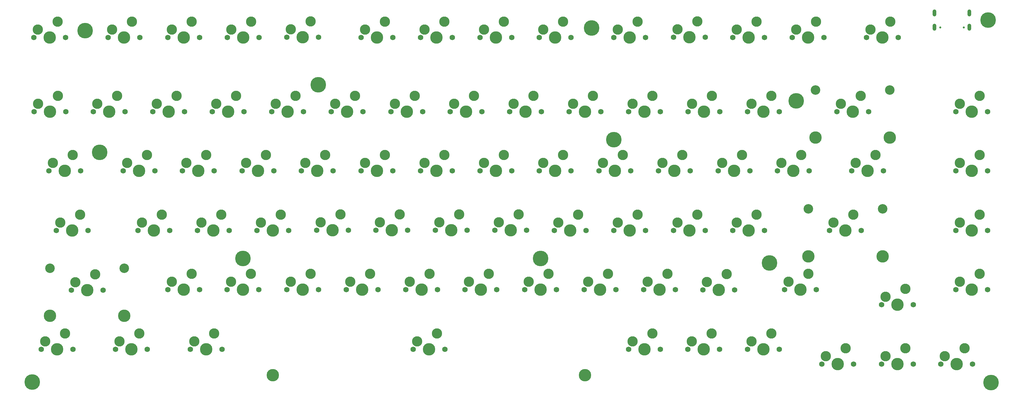
<source format=gbr>
%TF.GenerationSoftware,KiCad,Pcbnew,(6.0.6)*%
%TF.CreationDate,2022-08-08T11:29:03-04:00*%
%TF.ProjectId,Jupiter,4a757069-7465-4722-9e6b-696361645f70,rev?*%
%TF.SameCoordinates,Original*%
%TF.FileFunction,Soldermask,Top*%
%TF.FilePolarity,Negative*%
%FSLAX46Y46*%
G04 Gerber Fmt 4.6, Leading zero omitted, Abs format (unit mm)*
G04 Created by KiCad (PCBNEW (6.0.6)) date 2022-08-08 11:29:03*
%MOMM*%
%LPD*%
G01*
G04 APERTURE LIST*
%ADD10C,5.000000*%
%ADD11C,3.048000*%
%ADD12C,3.987800*%
%ADD13C,1.750000*%
%ADD14C,3.300000*%
%ADD15C,0.650000*%
%ADD16O,1.200000X2.250000*%
G04 APERTURE END LIST*
D10*
%TO.C,*%
X222900000Y-148100000D03*
%TD*%
%TO.C,*%
X239300000Y-74200000D03*
%TD*%
%TO.C,*%
X246400000Y-110000000D03*
%TD*%
%TO.C,*%
X367200000Y-187900000D03*
%TD*%
%TO.C,*%
X366300000Y-71600000D03*
%TD*%
%TO.C,*%
X77100000Y-75000000D03*
%TD*%
%TO.C,*%
X60100000Y-187700000D03*
%TD*%
D11*
%TO.C,REF\u002A\u002A*%
X65793750Y-151215000D03*
D12*
X89606250Y-166455000D03*
D11*
X89606250Y-151215000D03*
D12*
X65793750Y-166455000D03*
%TD*%
D10*
%TO.C,*%
X304800000Y-97500000D03*
%TD*%
D12*
%TO.C,REF\u002A\u002A*%
X237206250Y-185455000D03*
X137193750Y-185455000D03*
%TD*%
%TO.C,REF\u002A\u002A*%
X332506250Y-147355000D03*
D11*
X332506250Y-132115000D03*
D12*
X308693750Y-147355000D03*
D11*
X308693750Y-132115000D03*
%TD*%
%TO.C,REF\u002A\u002A*%
X310993750Y-94015000D03*
D12*
X310993750Y-109255000D03*
D11*
X334806250Y-94015000D03*
D12*
X334806250Y-109255000D03*
%TD*%
D10*
%TO.C,*%
X151700000Y-92400000D03*
%TD*%
%TO.C,*%
X127600000Y-148100000D03*
%TD*%
%TO.C,*%
X81700000Y-114000000D03*
%TD*%
%TO.C,*%
X296300000Y-149500000D03*
%TD*%
D13*
%TO.C,K_T1*%
X175580000Y-120000000D03*
X165420000Y-120000000D03*
D12*
X170500000Y-120000000D03*
D14*
X166690000Y-117460000D03*
X173040000Y-114920000D03*
%TD*%
D12*
%TO.C,K_E1*%
X132400000Y-120000000D03*
D13*
X127320000Y-120000000D03*
X137480000Y-120000000D03*
D14*
X128590000Y-117460000D03*
X134940000Y-114920000D03*
%TD*%
D13*
%TO.C,K_pgUp1*%
X366080000Y-120000000D03*
X355920000Y-120000000D03*
D12*
X361000000Y-120000000D03*
D14*
X357190000Y-117460000D03*
X363540000Y-114920000D03*
%TD*%
D13*
%TO.C,K_rightArrow1*%
X351120000Y-181900000D03*
D12*
X356200000Y-181900000D03*
D13*
X361280000Y-181900000D03*
D14*
X352390000Y-179360000D03*
X358740000Y-176820000D03*
%TD*%
D12*
%TO.C,K_B1*%
X184800000Y-158100000D03*
D13*
X189880000Y-158100000D03*
X179720000Y-158100000D03*
D14*
X180990000Y-155560000D03*
X187340000Y-153020000D03*
%TD*%
D13*
%TO.C,K_G1*%
X180380000Y-139000000D03*
X170220000Y-139000000D03*
D12*
X175300000Y-139000000D03*
D14*
X171490000Y-136460000D03*
X177840000Y-133920000D03*
%TD*%
D13*
%TO.C,K_I1*%
X222520000Y-120000000D03*
X232680000Y-120000000D03*
D12*
X227600000Y-120000000D03*
D14*
X223790000Y-117460000D03*
X230140000Y-114920000D03*
%TD*%
D12*
%TO.C,K_V1*%
X165800000Y-158100000D03*
D13*
X160720000Y-158100000D03*
X170880000Y-158100000D03*
D14*
X161990000Y-155560000D03*
X168340000Y-153020000D03*
%TD*%
D13*
%TO.C,K_enter1*%
X325680000Y-139100000D03*
D12*
X320600000Y-139100000D03*
D13*
X315520000Y-139100000D03*
D14*
X316790000Y-136560000D03*
X323140000Y-134020000D03*
%TD*%
D13*
%TO.C,K_end1*%
X366080000Y-158100000D03*
D12*
X361000000Y-158100000D03*
D13*
X355920000Y-158100000D03*
D14*
X357190000Y-155560000D03*
X363540000Y-153020000D03*
%TD*%
D13*
%TO.C,K_tilda1*%
X60720000Y-101000000D03*
D12*
X65800000Y-101000000D03*
D13*
X70880000Y-101000000D03*
D14*
X61990000Y-98460000D03*
X68340000Y-95920000D03*
%TD*%
D12*
%TO.C,K_rightAlt1*%
X256200000Y-177200000D03*
D13*
X261280000Y-177200000D03*
X251120000Y-177200000D03*
D14*
X252390000Y-174660000D03*
X258740000Y-172120000D03*
%TD*%
D13*
%TO.C,K_7*%
X194020000Y-101000000D03*
X204180000Y-101000000D03*
D12*
X199100000Y-101000000D03*
D14*
X195290000Y-98460000D03*
X201640000Y-95920000D03*
%TD*%
D12*
%TO.C,K_A1*%
X99100000Y-139100000D03*
D13*
X94020000Y-139100000D03*
X104180000Y-139100000D03*
D14*
X95290000Y-136560000D03*
X101640000Y-134020000D03*
%TD*%
D13*
%TO.C,K_home1*%
X366080000Y-101000000D03*
D12*
X361000000Y-101000000D03*
D13*
X355920000Y-101000000D03*
D14*
X357190000Y-98460000D03*
X363540000Y-95920000D03*
%TD*%
D13*
%TO.C,K_space1*%
X182120000Y-177200000D03*
X192280000Y-177200000D03*
D12*
X187200000Y-177200000D03*
D14*
X183390000Y-174660000D03*
X189740000Y-172120000D03*
%TD*%
D13*
%TO.C,K_U1*%
X213680000Y-120000000D03*
D12*
X208600000Y-120000000D03*
D13*
X203520000Y-120000000D03*
D14*
X204790000Y-117460000D03*
X211140000Y-114920000D03*
%TD*%
D12*
%TO.C,K_leftAlt1*%
X115800000Y-177200000D03*
D13*
X120880000Y-177200000D03*
X110720000Y-177200000D03*
D14*
X111990000Y-174660000D03*
X118340000Y-172120000D03*
%TD*%
D12*
%TO.C,K_F2*%
X108600000Y-77200000D03*
D13*
X113680000Y-77200000D03*
X103520000Y-77200000D03*
D14*
X104790000Y-74660000D03*
X111140000Y-72120000D03*
%TD*%
D12*
%TO.C,K_F3*%
X127700000Y-77200000D03*
D13*
X132780000Y-77200000D03*
X122620000Y-77200000D03*
D14*
X123890000Y-74660000D03*
X130240000Y-72120000D03*
%TD*%
D13*
%TO.C,K_M1*%
X217820000Y-158100000D03*
D12*
X222900000Y-158100000D03*
D13*
X227980000Y-158100000D03*
D14*
X219090000Y-155560000D03*
X225440000Y-153020000D03*
%TD*%
D13*
%TO.C,K_windows1*%
X86820000Y-177200000D03*
D12*
X91900000Y-177200000D03*
D13*
X96980000Y-177200000D03*
D14*
X88090000Y-174660000D03*
X94440000Y-172120000D03*
%TD*%
D13*
%TO.C,K_R1*%
X146320000Y-120000000D03*
X156480000Y-120000000D03*
D12*
X151400000Y-120000000D03*
D14*
X147590000Y-117460000D03*
X153940000Y-114920000D03*
%TD*%
D13*
%TO.C,K_2*%
X98720000Y-101000000D03*
D12*
X103800000Y-101000000D03*
D13*
X108880000Y-101000000D03*
D14*
X99990000Y-98460000D03*
X106340000Y-95920000D03*
%TD*%
D13*
%TO.C,K_leftShift1*%
X82780000Y-158200000D03*
D12*
X77700000Y-158200000D03*
D13*
X72620000Y-158200000D03*
D14*
X73890000Y-155660000D03*
X80240000Y-153120000D03*
%TD*%
D13*
%TO.C,K_F1*%
X94580000Y-77200000D03*
D12*
X89500000Y-77200000D03*
D13*
X84420000Y-77200000D03*
D14*
X85690000Y-74660000D03*
X92040000Y-72120000D03*
%TD*%
D12*
%TO.C,K_9*%
X237200000Y-101000000D03*
D13*
X232120000Y-101000000D03*
X242280000Y-101000000D03*
D14*
X233390000Y-98460000D03*
X239740000Y-95920000D03*
%TD*%
D13*
%TO.C,K_D1*%
X142280000Y-139100000D03*
D12*
X137200000Y-139100000D03*
D13*
X132120000Y-139100000D03*
D14*
X133390000Y-136560000D03*
X139740000Y-134020000D03*
%TD*%
D13*
%TO.C,K_leftArrow1*%
X313020000Y-181900000D03*
X323180000Y-181900000D03*
D12*
X318100000Y-181900000D03*
D14*
X314290000Y-179360000D03*
X320640000Y-176820000D03*
%TD*%
D13*
%TO.C,K_F11*%
X284520000Y-77200000D03*
X294680000Y-77200000D03*
D12*
X289600000Y-77200000D03*
D14*
X285790000Y-74660000D03*
X292140000Y-72120000D03*
%TD*%
D12*
%TO.C,K_period1*%
X261000000Y-158100000D03*
D13*
X255920000Y-158100000D03*
X266080000Y-158100000D03*
D14*
X257190000Y-155560000D03*
X263540000Y-153020000D03*
%TD*%
D13*
%TO.C,K_tab1*%
X75580000Y-120000000D03*
D12*
X70500000Y-120000000D03*
D13*
X65420000Y-120000000D03*
D14*
X66690000Y-117460000D03*
X73040000Y-114920000D03*
%TD*%
D13*
%TO.C,K_rightShift1*%
X301120000Y-158100000D03*
X311280000Y-158100000D03*
D12*
X306200000Y-158100000D03*
D14*
X302390000Y-155560000D03*
X308740000Y-153020000D03*
%TD*%
D12*
%TO.C,K_minus1*%
X275250000Y-100980000D03*
D13*
X270170000Y-100980000D03*
X280330000Y-100980000D03*
D14*
X271440000Y-98440000D03*
X277790000Y-95900000D03*
%TD*%
D13*
%TO.C,K_W1*%
X108220000Y-120000000D03*
D12*
X113300000Y-120000000D03*
D13*
X118380000Y-120000000D03*
D14*
X109490000Y-117460000D03*
X115840000Y-114920000D03*
%TD*%
D13*
%TO.C,K_5*%
X155920000Y-101000000D03*
D12*
X161000000Y-101000000D03*
D13*
X166080000Y-101000000D03*
D14*
X157190000Y-98460000D03*
X163540000Y-95920000D03*
%TD*%
D12*
%TO.C,K_3*%
X122900000Y-101000000D03*
D13*
X127980000Y-101000000D03*
X117820000Y-101000000D03*
D14*
X119090000Y-98460000D03*
X125440000Y-95920000D03*
%TD*%
D12*
%TO.C,K_quote1*%
X289600000Y-139100000D03*
D13*
X294680000Y-139100000D03*
X284520000Y-139100000D03*
D14*
X285790000Y-136560000D03*
X292140000Y-134020000D03*
%TD*%
D13*
%TO.C,K_F7*%
X203520000Y-77200000D03*
X213680000Y-77200000D03*
D12*
X208600000Y-77200000D03*
D14*
X204790000Y-74660000D03*
X211140000Y-72120000D03*
%TD*%
D13*
%TO.C,K_K1*%
X227320000Y-139100000D03*
D12*
X232400000Y-139100000D03*
D13*
X237480000Y-139100000D03*
D14*
X228590000Y-136560000D03*
X234940000Y-134020000D03*
%TD*%
D13*
%TO.C,K_comma1*%
X236920000Y-158100000D03*
D12*
X242000000Y-158100000D03*
D13*
X247080000Y-158100000D03*
D14*
X238190000Y-155560000D03*
X244540000Y-153020000D03*
%TD*%
D12*
%TO.C,K_1*%
X84800000Y-101000000D03*
D13*
X89880000Y-101000000D03*
X79720000Y-101000000D03*
D14*
X80990000Y-98460000D03*
X87340000Y-95920000D03*
%TD*%
D12*
%TO.C,K_4*%
X141900000Y-101000000D03*
D13*
X136820000Y-101000000D03*
X146980000Y-101000000D03*
D14*
X138090000Y-98460000D03*
X144440000Y-95920000D03*
%TD*%
D12*
%TO.C,K_0*%
X256200000Y-101000000D03*
D13*
X261280000Y-101000000D03*
X251120000Y-101000000D03*
D14*
X252390000Y-98460000D03*
X258740000Y-95920000D03*
%TD*%
D12*
%TO.C,K_L1*%
X251500000Y-139100000D03*
D13*
X256580000Y-139100000D03*
X246420000Y-139100000D03*
D14*
X247690000Y-136560000D03*
X254040000Y-134020000D03*
%TD*%
D12*
%TO.C,K_closeBracket1*%
X303900000Y-120000000D03*
D13*
X298820000Y-120000000D03*
X308980000Y-120000000D03*
D14*
X300090000Y-117460000D03*
X306440000Y-114920000D03*
%TD*%
D12*
%TO.C,K_Y1*%
X189600000Y-120000000D03*
D13*
X194680000Y-120000000D03*
X184520000Y-120000000D03*
D14*
X185790000Y-117460000D03*
X192140000Y-114920000D03*
%TD*%
D13*
%TO.C,K_backSlash1*%
X322620000Y-120000000D03*
D12*
X327700000Y-120000000D03*
D13*
X332780000Y-120000000D03*
D14*
X323890000Y-117460000D03*
X330240000Y-114920000D03*
%TD*%
D13*
%TO.C,K_upArrow1*%
X332120000Y-162900000D03*
D12*
X337200000Y-162900000D03*
D13*
X342280000Y-162900000D03*
D14*
X333390000Y-160360000D03*
X339740000Y-157820000D03*
%TD*%
D13*
%TO.C,K_S1*%
X113020000Y-139100000D03*
X123180000Y-139100000D03*
D12*
X118100000Y-139100000D03*
D14*
X114290000Y-136560000D03*
X120640000Y-134020000D03*
%TD*%
D13*
%TO.C,K_F4*%
X141620000Y-77100000D03*
X151780000Y-77100000D03*
D12*
X146700000Y-77100000D03*
D14*
X142890000Y-74560000D03*
X149240000Y-72020000D03*
%TD*%
D15*
%TO.C,J1*%
X350960000Y-74002500D03*
X358460000Y-74002500D03*
D16*
X360285000Y-73922500D03*
X349135000Y-73922500D03*
X349115000Y-69322500D03*
X360265000Y-69322500D03*
%TD*%
D13*
%TO.C,K_Z1*%
X113680000Y-158100000D03*
X103520000Y-158100000D03*
D12*
X108600000Y-158100000D03*
D14*
X104790000Y-155560000D03*
X111140000Y-153020000D03*
%TD*%
D13*
%TO.C,K_Q1*%
X89220000Y-120000000D03*
X99380000Y-120000000D03*
D12*
X94300000Y-120000000D03*
D14*
X90490000Y-117460000D03*
X96840000Y-114920000D03*
%TD*%
D13*
%TO.C,K_downArrow1*%
X332120000Y-181900000D03*
D12*
X337200000Y-181900000D03*
D13*
X342280000Y-181900000D03*
D14*
X333390000Y-179360000D03*
X339740000Y-176820000D03*
%TD*%
D12*
%TO.C,K_function1*%
X275200000Y-177200000D03*
D13*
X280280000Y-177200000D03*
X270120000Y-177200000D03*
D14*
X271390000Y-174660000D03*
X277740000Y-172120000D03*
%TD*%
D12*
%TO.C,K_F13*%
X156300000Y-139000000D03*
D13*
X161380000Y-139000000D03*
X151220000Y-139000000D03*
D14*
X152490000Y-136460000D03*
X158840000Y-133920000D03*
%TD*%
D13*
%TO.C,K_colon1*%
X265520000Y-139100000D03*
X275680000Y-139100000D03*
D12*
X270600000Y-139100000D03*
D14*
X266790000Y-136560000D03*
X273140000Y-134020000D03*
%TD*%
D13*
%TO.C,K_F8*%
X222520000Y-77200000D03*
D12*
X227600000Y-77200000D03*
D13*
X232680000Y-77200000D03*
D14*
X223790000Y-74660000D03*
X230140000Y-72120000D03*
%TD*%
D13*
%TO.C,K_6*%
X185180000Y-101000000D03*
X175020000Y-101000000D03*
D12*
X180100000Y-101000000D03*
D14*
X176290000Y-98460000D03*
X182640000Y-95920000D03*
%TD*%
D12*
%TO.C,K_C1*%
X146710000Y-158040000D03*
D13*
X151790000Y-158040000D03*
X141630000Y-158040000D03*
D14*
X142900000Y-155500000D03*
X149250000Y-152960000D03*
%TD*%
D13*
%TO.C,K_rightControl1*%
X289220000Y-177200000D03*
X299380000Y-177200000D03*
D12*
X294300000Y-177200000D03*
D14*
X290490000Y-174660000D03*
X296840000Y-172120000D03*
%TD*%
D12*
%TO.C,K_F10*%
X270600000Y-77100000D03*
D13*
X265520000Y-77100000D03*
X275680000Y-77100000D03*
D14*
X266790000Y-74560000D03*
X273140000Y-72020000D03*
%TD*%
D13*
%TO.C,K_J1*%
X208320000Y-139000000D03*
X218480000Y-139000000D03*
D12*
X213400000Y-139000000D03*
D14*
X209590000Y-136460000D03*
X215940000Y-133920000D03*
%TD*%
D12*
%TO.C,K_X1*%
X127600000Y-158100000D03*
D13*
X132680000Y-158100000D03*
X122520000Y-158100000D03*
D14*
X123790000Y-155560000D03*
X130140000Y-153020000D03*
%TD*%
D13*
%TO.C,K_leftControl1*%
X63020000Y-177200000D03*
D12*
X68100000Y-177200000D03*
D13*
X73180000Y-177200000D03*
D14*
X64290000Y-174660000D03*
X70640000Y-172120000D03*
%TD*%
D13*
%TO.C,K_P1*%
X260720000Y-120000000D03*
D12*
X265800000Y-120000000D03*
D13*
X270880000Y-120000000D03*
D14*
X261990000Y-117460000D03*
X268340000Y-114920000D03*
%TD*%
D12*
%TO.C,K_questionMark1*%
X280010000Y-158140000D03*
D13*
X274930000Y-158140000D03*
X285090000Y-158140000D03*
D14*
X276200000Y-155600000D03*
X282550000Y-153060000D03*
%TD*%
D13*
%TO.C,K_backspace1*%
X327980000Y-101000000D03*
D12*
X322900000Y-101000000D03*
D13*
X317820000Y-101000000D03*
D14*
X319090000Y-98460000D03*
X325440000Y-95920000D03*
%TD*%
D13*
%TO.C,K_F6*%
X194680000Y-77200000D03*
X184520000Y-77200000D03*
D12*
X189600000Y-77200000D03*
D14*
X185790000Y-74660000D03*
X192140000Y-72120000D03*
%TD*%
D12*
%TO.C,K_openBracket1*%
X284900000Y-120000000D03*
D13*
X289980000Y-120000000D03*
X279820000Y-120000000D03*
D14*
X281090000Y-117460000D03*
X287440000Y-114920000D03*
%TD*%
D12*
%TO.C,K_O1*%
X246700000Y-120000000D03*
D13*
X241620000Y-120000000D03*
X251780000Y-120000000D03*
D14*
X242890000Y-117460000D03*
X249240000Y-114920000D03*
%TD*%
D13*
%TO.C,K_H1*%
X199380000Y-139000000D03*
D12*
X194300000Y-139000000D03*
D13*
X189220000Y-139000000D03*
D14*
X190490000Y-136460000D03*
X196840000Y-133920000D03*
%TD*%
D13*
%TO.C,K_N1*%
X208880000Y-158100000D03*
X198720000Y-158100000D03*
D12*
X203800000Y-158100000D03*
D14*
X199990000Y-155560000D03*
X206340000Y-153020000D03*
%TD*%
D13*
%TO.C,K_F9*%
X256580000Y-77200000D03*
X246420000Y-77200000D03*
D12*
X251500000Y-77200000D03*
D14*
X247690000Y-74660000D03*
X254040000Y-72120000D03*
%TD*%
D12*
%TO.C,K_F5*%
X170500000Y-77200000D03*
D13*
X175580000Y-77200000D03*
X165420000Y-77200000D03*
D14*
X166690000Y-74660000D03*
X173040000Y-72120000D03*
%TD*%
D12*
%TO.C,K_capsLock1*%
X72900000Y-139100000D03*
D13*
X77980000Y-139100000D03*
X67820000Y-139100000D03*
D14*
X69090000Y-136560000D03*
X75440000Y-134020000D03*
%TD*%
D12*
%TO.C,K_delete1*%
X332400000Y-77200000D03*
D13*
X337480000Y-77200000D03*
X327320000Y-77200000D03*
D14*
X328590000Y-74660000D03*
X334940000Y-72120000D03*
%TD*%
D12*
%TO.C,K_F12*%
X308600000Y-77200000D03*
D13*
X303520000Y-77200000D03*
X313680000Y-77200000D03*
D14*
X304790000Y-74660000D03*
X311140000Y-72120000D03*
%TD*%
D13*
%TO.C,K_esc1*%
X70780000Y-77200000D03*
D12*
X65700000Y-77200000D03*
D13*
X60620000Y-77200000D03*
D14*
X61890000Y-74660000D03*
X68240000Y-72120000D03*
%TD*%
D12*
%TO.C,K_equals1*%
X294300000Y-101000000D03*
D13*
X299380000Y-101000000D03*
X289220000Y-101000000D03*
D14*
X290490000Y-98460000D03*
X296840000Y-95920000D03*
%TD*%
D13*
%TO.C,K_pgDown1*%
X355920000Y-139100000D03*
X366080000Y-139100000D03*
D12*
X361000000Y-139100000D03*
D14*
X357190000Y-136560000D03*
X363540000Y-134020000D03*
%TD*%
D13*
%TO.C,K_8*%
X223180000Y-101000000D03*
X213020000Y-101000000D03*
D12*
X218100000Y-101000000D03*
D14*
X214290000Y-98460000D03*
X220640000Y-95920000D03*
%TD*%
M02*

</source>
